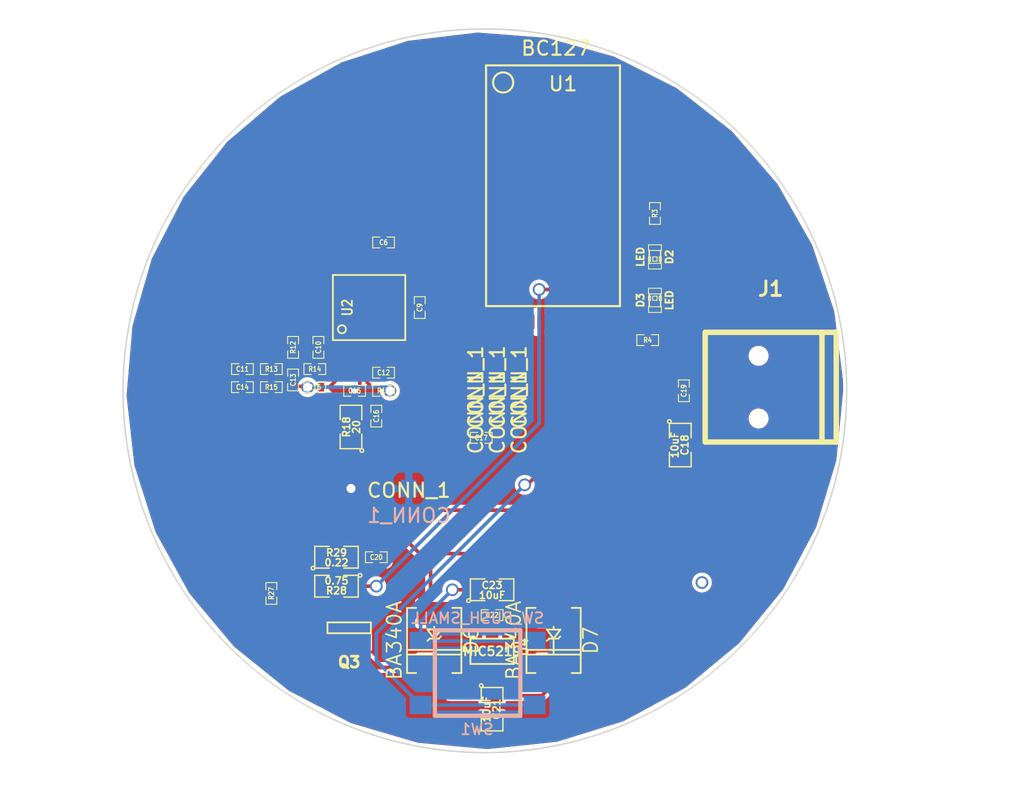
<source format=kicad_pcb>
(kicad_pcb (version 3) (host pcbnew "(2013-07-07 BZR 4022)-stable")
  (layers (15 F.Cu signal) (0 B.Cu signal) (18 B.Paste user) (19 F.Paste user) (20 B.SilkS user) (21 F.SilkS user) (22 B.Mask user) (23 F.Mask user) (28 Edge.Cuts user))
  (net 0 "")
  (net 1 3.3V)
  (net 2 5V_USB)
  (net 3 AIO_1)
  (net 4 CHG_EXT)
  (net 5 GND)
  (net 6 N-0000031)
  (net 7 N-0000032)
  (net 8 N-0000047)
  (net 9 N-0000048)
  (net 10 N-0000049)
  (net 11 N-000005)
  (net 12 N-0000050)
  (net 13 N-0000051)
  (net 14 N-0000052)
  (net 15 N-0000053)
  (net 16 N-0000054)
  (net 17 N-0000055)
  (net 18 N-0000056)
  (net 19 N-000006)
  (net 20 N-0000061)
  (net 21 N-0000062)
  (net 22 N-0000063)
  (net 23 N-0000064)
  (net 24 N-0000072)
  (net 25 SPKR_RN)
  (net 26 SPKR_RP)
  (net 27 VBAT)
  (net 28 VBAT_SENSE)
  (net 29 VCHG)
  (net 30 VREGEN)
  (module USB_MINI_B (layer F.Cu) (at 96.266 75.946 180)
    (fp_text reference J1 (at 0 6.90118 180) (layer F.SilkS) (effects (font (size 1.016 1.016) (thickness 0.2032))))
    (fp_text value USB hide)
    (pad 1 smd rect (at 3.44932 -1.6002 180) (size 2.30124 0.50038) (layers F.Cu F.Paste F.Mask) (net 2 5V_USB))
    (pad 2 smd rect (at 3.44932 -0.8001 180) (size 2.30124 0.50038) (layers F.Cu F.Paste F.Mask))
    (pad 3 smd rect (at 3.44932 0 180) (size 2.30124 0.50038) (layers F.Cu F.Paste F.Mask))
    (pad 4 smd rect (at 3.44932 0.8001 180) (size 2.30124 0.50038) (layers F.Cu F.Paste F.Mask) (net 5 GND))
    (pad 5 smd rect (at 3.44932 1.6002 180) (size 2.30124 0.50038) (layers F.Cu F.Paste F.Mask))
    (pad 6 smd rect (at 3.35026 -4.45008 180) (size 2.49936 1.99898) (layers F.Cu F.Paste F.Mask))
    (pad 7 smd rect (at -2.14884 -4.45008 180) (size 2.49936 1.99898) (layers F.Cu F.Paste F.Mask))
    (pad 8 smd rect (at 3.35026 4.45008 180) (size 2.49936 1.99898) (layers F.Cu F.Paste F.Mask))
    (pad 9 smd rect (at -2.14884 4.45008 180) (size 2.49936 1.99898) (layers F.Cu F.Paste F.Mask))
    (pad "" np_thru_hole circle (at 0.8509 -2.19964 180) (size 0.89916 0.89916) (drill 0.89916) (layers *.Cu *.Mask F.SilkS))
    (pad 2 np_thru_hole circle (at 0.8509 2.19964 180) (size 0.89916 0.89916) (drill 0.89916) (layers *.Cu *.Mask F.SilkS))
  )
  (module tssop-14 (layer F.Cu) (at 68.072 70.358)
    (fp_text reference U2 (at -1.524 0 90) (layer F.SilkS) (effects (font (size 0.70104 0.59944) (thickness 0.11938))))
    (fp_text value TI_TPA6138A2 hide)
    (pad 4 smd rect (at 0 2.79908) (size 0.4191 1.47066) (layers F.Cu F.Paste F.Mask) (net 5 GND))
    (pad 5 smd rect (at 0.65024 2.79908) (size 0.4191 1.47066) (layers F.Cu F.Paste F.Mask))
    (pad 6 smd rect (at 1.30048 2.79908) (size 0.4191 1.47066) (layers F.Cu F.Paste F.Mask) (net 18 N-0000056))
    (pad 7 smd rect (at 1.95072 2.79908) (size 0.4191 1.47066) (layers F.Cu F.Paste F.Mask) (net 15 N-0000053))
    (pad 8 smd rect (at 1.95072 -2.79908) (size 0.4191 1.47066) (layers F.Cu F.Paste F.Mask) (net 17 N-0000055))
    (pad 1 smd rect (at -1.95072 2.79908) (size 0.4191 1.47066) (layers F.Cu F.Paste F.Mask) (net 13 N-0000051))
    (pad 2 smd rect (at -1.30048 2.79908) (size 0.4191 1.47066) (layers F.Cu F.Paste F.Mask) (net 22 N-0000063))
    (pad 3 smd rect (at -0.65024 2.79908) (size 0.4191 1.47066) (layers F.Cu F.Paste F.Mask) (net 21 N-0000062))
    (pad 9 smd rect (at 1.30048 -2.79908) (size 0.4191 1.47066) (layers F.Cu F.Paste F.Mask) (net 1 3.3V))
    (pad 10 smd rect (at 0.65024 -2.79908) (size 0.4191 1.47066) (layers F.Cu F.Paste F.Mask) (net 5 GND))
    (pad 11 smd rect (at 0 -2.79908) (size 0.4191 1.47066) (layers F.Cu F.Paste F.Mask))
    (pad 12 smd rect (at -0.65024 -2.79908) (size 0.4191 1.47066) (layers F.Cu F.Paste F.Mask))
    (pad 13 smd rect (at -1.30048 -2.79908) (size 0.4191 1.47066) (layers F.Cu F.Paste F.Mask))
    (pad 14 smd rect (at -1.95072 -2.79908) (size 0.4191 1.47066) (layers F.Cu F.Paste F.Mask))
  )
  (module SOT23EBC (layer F.Cu) (at 66.675 92.837 180)
    (fp_text reference Q3 (at 0 -2.413 180) (layer F.SilkS) (effects (font (size 0.762 0.762) (thickness 0.2032))))
    (fp_text value PNP hide)
    (pad 1 smd rect (at -0.889 -1.016 180) (size 0.9144 0.9144) (layers F.Cu F.Paste F.Mask) (net 29 VCHG))
    (pad 2 smd rect (at 0.889 -1.016 180) (size 0.9144 0.9144) (layers F.Cu F.Paste F.Mask) (net 4 CHG_EXT))
    (pad 3 smd rect (at 0 1.016 180) (size 0.9144 0.9144) (layers F.Cu F.Paste F.Mask) (net 28 VBAT_SENSE))
  )
  (module SOT23-5 (layer F.Cu) (at 76.708 94.488)
    (fp_text reference U4 (at 2.19964 -0.29972 90) (layer F.SilkS) (effects (font (size 0.635 0.635) (thickness 0.127))))
    (fp_text value MIC5219 (at 0 0) (layer F.SilkS) (effects (font (size 0.635 0.635) (thickness 0.127))))
    (pad 1 smd rect (at -0.9525 1.27) (size 0.508 0.762) (layers F.Cu F.Paste F.Mask) (net 29 VCHG))
    (pad 3 smd rect (at 0.9525 1.27) (size 0.508 0.762) (layers F.Cu F.Paste F.Mask) (net 29 VCHG))
    (pad 5 smd rect (at -0.9525 -1.27) (size 0.508 0.762) (layers F.Cu F.Paste F.Mask) (net 1 3.3V))
    (pad 2 smd rect (at 0 1.27) (size 0.508 0.762) (layers F.Cu F.Paste F.Mask) (net 5 GND))
    (pad 4 smd rect (at 0.9525 -1.27) (size 0.508 0.762) (layers F.Cu F.Paste F.Mask))
  )
  (module SM0805 (layer F.Cu) (at 65.786 87.884)
    (fp_text reference R29 (at 0 -0.3175) (layer F.SilkS) (effects (font (size 0.50038 0.50038) (thickness 0.10922))))
    (fp_text value 0.22 (at 0 0.381) (layer F.SilkS) (effects (font (size 0.50038 0.50038) (thickness 0.10922))))
    (pad 1 smd rect (at -0.9525 0) (size 0.889 1.397) (layers F.Cu F.Paste F.Mask) (net 27 VBAT))
    (pad 2 smd rect (at 0.9525 0) (size 0.889 1.397) (layers F.Cu F.Paste F.Mask) (net 24 N-0000072))
  )
  (module SM0805 (layer F.Cu) (at 66.802 78.74 90)
    (fp_text reference R18 (at 0 -0.3175 90) (layer F.SilkS) (effects (font (size 0.50038 0.50038) (thickness 0.10922))))
    (fp_text value 20 (at 0 0.381 90) (layer F.SilkS) (effects (font (size 0.50038 0.50038) (thickness 0.10922))))
    (pad 1 smd rect (at -0.9525 0 90) (size 0.889 1.397) (layers F.Cu F.Paste F.Mask) (net 20 N-0000061))
    (pad 2 smd rect (at 0.9525 0 90) (size 0.889 1.397) (layers F.Cu F.Paste F.Mask) (net 21 N-0000062))
  )
  (module SM0805 (layer F.Cu) (at 65.786 89.916 180)
    (fp_text reference R28 (at 0 -0.3175 180) (layer F.SilkS) (effects (font (size 0.50038 0.50038) (thickness 0.10922))))
    (fp_text value 0.75 (at 0 0.381 180) (layer F.SilkS) (effects (font (size 0.50038 0.50038) (thickness 0.10922))))
    (pad 1 smd rect (at -0.9525 0 180) (size 0.889 1.397) (layers F.Cu F.Paste F.Mask) (net 28 VBAT_SENSE))
    (pad 2 smd rect (at 0.9525 0 180) (size 0.889 1.397) (layers F.Cu F.Paste F.Mask) (net 27 VBAT))
  )
  (module SM0805 (layer F.Cu) (at 76.708 90.17)
    (fp_text reference C23 (at 0 -0.3175) (layer F.SilkS) (effects (font (size 0.50038 0.50038) (thickness 0.10922))))
    (fp_text value 10uF (at 0 0.381) (layer F.SilkS) (effects (font (size 0.50038 0.50038) (thickness 0.10922))))
    (pad 1 smd rect (at -0.9525 0) (size 0.889 1.397) (layers F.Cu F.Paste F.Mask) (net 1 3.3V))
    (pad 2 smd rect (at 0.9525 0) (size 0.889 1.397) (layers F.Cu F.Paste F.Mask) (net 5 GND))
  )
  (module SM0805 (layer F.Cu) (at 76.708 98.552 270)
    (fp_text reference C21 (at 0 -0.3175 270) (layer F.SilkS) (effects (font (size 0.50038 0.50038) (thickness 0.10922))))
    (fp_text value 10uF (at 0 0.381 270) (layer F.SilkS) (effects (font (size 0.50038 0.50038) (thickness 0.10922))))
    (pad 1 smd rect (at -0.9525 0 270) (size 0.889 1.397) (layers F.Cu F.Paste F.Mask) (net 29 VCHG))
    (pad 2 smd rect (at 0.9525 0 270) (size 0.889 1.397) (layers F.Cu F.Paste F.Mask) (net 5 GND))
  )
  (module SM0805 (layer F.Cu) (at 89.916 80.01 270)
    (fp_text reference C18 (at 0 -0.3175 270) (layer F.SilkS) (effects (font (size 0.50038 0.50038) (thickness 0.10922))))
    (fp_text value 10uF (at 0 0.381 270) (layer F.SilkS) (effects (font (size 0.50038 0.50038) (thickness 0.10922))))
    (pad 1 smd rect (at -0.9525 0 270) (size 0.889 1.397) (layers F.Cu F.Paste F.Mask) (net 2 5V_USB))
    (pad 2 smd rect (at 0.9525 0 270) (size 0.889 1.397) (layers F.Cu F.Paste F.Mask) (net 5 GND))
  )
  (module SM0402_r (layer F.Cu) (at 61.214 74.676 180)
    (fp_text reference R13 (at 0 0 180) (layer F.SilkS) (effects (font (size 0.35052 0.3048) (thickness 0.07112))))
    (fp_text value 15k hide)
    (pad 1 smd rect (at -0.44958 0 180) (size 0.39878 0.59944) (layers F.Cu F.Paste F.Mask) (net 8 N-0000047))
    (pad 2 smd rect (at 0.44958 0 180) (size 0.39878 0.59944) (layers F.Cu F.Paste F.Mask) (net 10 N-0000049))
  )
  (module SM0402_r (layer F.Cu) (at 61.214 90.424 270)
    (fp_text reference R27 (at 0 0 270) (layer F.SilkS) (effects (font (size 0.35052 0.3048) (thickness 0.07112))))
    (fp_text value 10k hide)
    (pad 1 smd rect (at -0.44958 0 270) (size 0.39878 0.59944) (layers F.Cu F.Paste F.Mask) (net 3 AIO_1))
    (pad 2 smd rect (at 0.44958 0 270) (size 0.39878 0.59944) (layers F.Cu F.Paste F.Mask) (net 29 VCHG))
  )
  (module SM0402_r (layer F.Cu) (at 69.088 76.2)
    (fp_text reference R17 (at 0 0) (layer F.SilkS) (effects (font (size 0.35052 0.3048) (thickness 0.07112))))
    (fp_text value 30.1k hide)
    (pad 1 smd rect (at -0.44958 0) (size 0.39878 0.59944) (layers F.Cu F.Paste F.Mask) (net 21 N-0000062))
    (pad 2 smd rect (at 0.44958 0) (size 0.39878 0.59944) (layers F.Cu F.Paste F.Mask) (net 16 N-0000054))
  )
  (module SM0402_r (layer F.Cu) (at 62.738 73.152 270)
    (fp_text reference R12 (at 0 0 270) (layer F.SilkS) (effects (font (size 0.35052 0.3048) (thickness 0.07112))))
    (fp_text value 30.1k hide)
    (pad 1 smd rect (at -0.44958 0 270) (size 0.39878 0.59944) (layers F.Cu F.Paste F.Mask) (net 5 GND))
    (pad 2 smd rect (at 0.44958 0 270) (size 0.39878 0.59944) (layers F.Cu F.Paste F.Mask) (net 8 N-0000047))
  )
  (module SM0402_r (layer F.Cu) (at 61.214 75.946 180)
    (fp_text reference R15 (at 0 0 180) (layer F.SilkS) (effects (font (size 0.35052 0.3048) (thickness 0.07112))))
    (fp_text value 15k hide)
    (pad 1 smd rect (at -0.44958 0 180) (size 0.39878 0.59944) (layers F.Cu F.Paste F.Mask) (net 16 N-0000054))
    (pad 2 smd rect (at 0.44958 0 180) (size 0.39878 0.59944) (layers F.Cu F.Paste F.Mask) (net 9 N-0000048))
  )
  (module SM0402_r (layer F.Cu) (at 64.262 74.676 180)
    (fp_text reference R14 (at 0 0 180) (layer F.SilkS) (effects (font (size 0.35052 0.3048) (thickness 0.07112))))
    (fp_text value 43k hide)
    (pad 1 smd rect (at -0.44958 0 180) (size 0.39878 0.59944) (layers F.Cu F.Paste F.Mask) (net 13 N-0000051))
    (pad 2 smd rect (at 0.44958 0 180) (size 0.39878 0.59944) (layers F.Cu F.Paste F.Mask) (net 8 N-0000047))
  )
  (module SM0402_r (layer F.Cu) (at 64.262 75.946 180)
    (fp_text reference R16 (at 0 0 180) (layer F.SilkS) (effects (font (size 0.35052 0.3048) (thickness 0.07112))))
    (fp_text value 43k hide)
    (pad 1 smd rect (at -0.44958 0 180) (size 0.39878 0.59944) (layers F.Cu F.Paste F.Mask) (net 22 N-0000063))
    (pad 2 smd rect (at 0.44958 0 180) (size 0.39878 0.59944) (layers F.Cu F.Paste F.Mask) (net 16 N-0000054))
  )
  (module SM0402_r (layer F.Cu) (at 87.63 72.644 180)
    (fp_text reference R4 (at 0 0 180) (layer F.SilkS) (effects (font (size 0.35052 0.3048) (thickness 0.07112))))
    (fp_text value 240 hide)
    (pad 1 smd rect (at -0.44958 0 180) (size 0.39878 0.59944) (layers F.Cu F.Paste F.Mask) (net 7 N-0000032))
    (pad 2 smd rect (at 0.44958 0 180) (size 0.39878 0.59944) (layers F.Cu F.Paste F.Mask) (net 1 3.3V))
  )
  (module SM0402_r (layer F.Cu) (at 88.138 63.754 90)
    (fp_text reference R3 (at 0 0 90) (layer F.SilkS) (effects (font (size 0.35052 0.3048) (thickness 0.07112))))
    (fp_text value 240 hide)
    (pad 1 smd rect (at -0.44958 0 90) (size 0.39878 0.59944) (layers F.Cu F.Paste F.Mask) (net 6 N-0000031))
    (pad 2 smd rect (at 0.44958 0 90) (size 0.39878 0.59944) (layers F.Cu F.Paste F.Mask) (net 1 3.3V))
  )
  (module SM0402_c (layer F.Cu) (at 90.17 76.2 90)
    (fp_text reference C19 (at 0 0 90) (layer F.SilkS) (effects (font (size 0.35052 0.3048) (thickness 0.07112))))
    (fp_text value 0.1uF hide)
    (pad 1 smd rect (at -0.44958 0 90) (size 0.39878 0.59944) (layers F.Cu F.Paste F.Mask) (net 2 5V_USB))
    (pad 2 smd rect (at 0.44958 0 90) (size 0.39878 0.59944) (layers F.Cu F.Paste F.Mask) (net 5 GND))
  )
  (module SM0402_c (layer F.Cu) (at 75.946 79.502 180)
    (fp_text reference C17 (at 0 0 180) (layer F.SilkS) (effects (font (size 0.35052 0.3048) (thickness 0.07112))))
    (fp_text value 3.3uF hide)
    (pad 1 smd rect (at -0.44958 0 180) (size 0.39878 0.59944) (layers F.Cu F.Paste F.Mask) (net 12 N-0000050))
    (pad 2 smd rect (at 0.44958 0 180) (size 0.39878 0.59944) (layers F.Cu F.Paste F.Mask) (net 14 N-0000052))
  )
  (module SM0402_c (layer F.Cu) (at 69.088 74.93 180)
    (fp_text reference C12 (at 0 0 180) (layer F.SilkS) (effects (font (size 0.35052 0.3048) (thickness 0.07112))))
    (fp_text value 1.0uF hide)
    (pad 1 smd rect (at -0.44958 0 180) (size 0.39878 0.59944) (layers F.Cu F.Paste F.Mask) (net 18 N-0000056))
    (pad 2 smd rect (at 0.44958 0 180) (size 0.39878 0.59944) (layers F.Cu F.Paste F.Mask) (net 5 GND))
  )
  (module SM0402_c (layer F.Cu) (at 67.056 76.2)
    (fp_text reference C15 (at 0 0) (layer F.SilkS) (effects (font (size 0.35052 0.3048) (thickness 0.07112))))
    (fp_text value 47pF hide)
    (pad 1 smd rect (at -0.44958 0) (size 0.39878 0.59944) (layers F.Cu F.Paste F.Mask) (net 22 N-0000063))
    (pad 2 smd rect (at 0.44958 0) (size 0.39878 0.59944) (layers F.Cu F.Paste F.Mask) (net 21 N-0000062))
  )
  (module SM0402_c (layer F.Cu) (at 76.708 91.948)
    (fp_text reference C22 (at 0 0) (layer F.SilkS) (effects (font (size 0.35052 0.3048) (thickness 0.07112))))
    (fp_text value 1uF hide)
    (pad 1 smd rect (at -0.44958 0) (size 0.39878 0.59944) (layers F.Cu F.Paste F.Mask) (net 1 3.3V))
    (pad 2 smd rect (at 0.44958 0) (size 0.39878 0.59944) (layers F.Cu F.Paste F.Mask) (net 5 GND))
  )
  (module SM0402_c (layer F.Cu) (at 68.58 77.978 270)
    (fp_text reference C16 (at 0 0 270) (layer F.SilkS) (effects (font (size 0.35052 0.3048) (thickness 0.07112))))
    (fp_text value 1.5uF hide)
    (pad 1 smd rect (at -0.44958 0 270) (size 0.39878 0.59944) (layers F.Cu F.Paste F.Mask) (net 21 N-0000062))
    (pad 2 smd rect (at 0.44958 0 270) (size 0.39878 0.59944) (layers F.Cu F.Paste F.Mask) (net 23 N-0000064))
  )
  (module SM0402_c (layer F.Cu) (at 68.58 87.884)
    (fp_text reference C20 (at 0 0) (layer F.SilkS) (effects (font (size 0.35052 0.3048) (thickness 0.07112))))
    (fp_text value 4.7uF hide)
    (pad 1 smd rect (at -0.44958 0) (size 0.39878 0.59944) (layers F.Cu F.Paste F.Mask) (net 24 N-0000072))
    (pad 2 smd rect (at 0.44958 0) (size 0.39878 0.59944) (layers F.Cu F.Paste F.Mask) (net 5 GND))
  )
  (module SM0402_c (layer F.Cu) (at 64.516 73.152 90)
    (fp_text reference C10 (at 0 0 90) (layer F.SilkS) (effects (font (size 0.35052 0.3048) (thickness 0.07112))))
    (fp_text value 47pF hide)
    (pad 1 smd rect (at -0.44958 0 90) (size 0.39878 0.59944) (layers F.Cu F.Paste F.Mask) (net 13 N-0000051))
    (pad 2 smd rect (at 0.44958 0 90) (size 0.39878 0.59944) (layers F.Cu F.Paste F.Mask) (net 5 GND))
  )
  (module SM0402_c (layer F.Cu) (at 59.182 74.676)
    (fp_text reference C11 (at 0 0) (layer F.SilkS) (effects (font (size 0.35052 0.3048) (thickness 0.07112))))
    (fp_text value 0.1uF hide)
    (pad 1 smd rect (at -0.44958 0) (size 0.39878 0.59944) (layers F.Cu F.Paste F.Mask) (net 26 SPKR_RP))
    (pad 2 smd rect (at 0.44958 0) (size 0.39878 0.59944) (layers F.Cu F.Paste F.Mask) (net 10 N-0000049))
  )
  (module SM0402_c (layer F.Cu) (at 59.182 75.946)
    (fp_text reference C14 (at 0 0) (layer F.SilkS) (effects (font (size 0.35052 0.3048) (thickness 0.07112))))
    (fp_text value 0.1uF hide)
    (pad 1 smd rect (at -0.44958 0) (size 0.39878 0.59944) (layers F.Cu F.Paste F.Mask) (net 25 SPKR_RN))
    (pad 2 smd rect (at 0.44958 0) (size 0.39878 0.59944) (layers F.Cu F.Paste F.Mask) (net 9 N-0000048))
  )
  (module SM0402_c (layer F.Cu) (at 62.738 75.438 90)
    (fp_text reference C13 (at 0 0 90) (layer F.SilkS) (effects (font (size 0.35052 0.3048) (thickness 0.07112))))
    (fp_text value 180pF hide)
    (pad 1 smd rect (at -0.44958 0 90) (size 0.39878 0.59944) (layers F.Cu F.Paste F.Mask) (net 16 N-0000054))
    (pad 2 smd rect (at 0.44958 0 90) (size 0.39878 0.59944) (layers F.Cu F.Paste F.Mask) (net 8 N-0000047))
  )
  (module SM0402_c (layer F.Cu) (at 69.088 65.786 180)
    (fp_text reference C6 (at 0 0 180) (layer F.SilkS) (effects (font (size 0.35052 0.3048) (thickness 0.07112))))
    (fp_text value 1.0uF hide)
    (pad 1 smd rect (at -0.44958 0 180) (size 0.39878 0.59944) (layers F.Cu F.Paste F.Mask) (net 1 3.3V))
    (pad 2 smd rect (at 0.44958 0 180) (size 0.39878 0.59944) (layers F.Cu F.Paste F.Mask) (net 5 GND))
  )
  (module SM0402_c (layer F.Cu) (at 71.628 70.358 270)
    (fp_text reference C9 (at 0 0 270) (layer F.SilkS) (effects (font (size 0.35052 0.3048) (thickness 0.07112))))
    (fp_text value 1.0uF hide)
    (pad 1 smd rect (at -0.44958 0 270) (size 0.39878 0.59944) (layers F.Cu F.Paste F.Mask) (net 17 N-0000055))
    (pad 2 smd rect (at 0.44958 0 270) (size 0.39878 0.59944) (layers F.Cu F.Paste F.Mask) (net 15 N-0000053))
  )
  (module LED-0603 (layer F.Cu) (at 88.138 69.85 90)
    (fp_text reference D3 (at 0 -1.016 90) (layer F.SilkS) (effects (font (size 0.508 0.508) (thickness 0.127))))
    (fp_text value LED (at 0 1.016 90) (layer F.SilkS) (effects (font (size 0.508 0.508) (thickness 0.127))))
    (pad 1 smd rect (at -0.7493 0 90) (size 0.79756 0.79756) (layers F.Cu F.Paste F.Mask) (net 7 N-0000032))
    (pad 2 smd rect (at 0.7493 0 90) (size 0.79756 0.79756) (layers F.Cu F.Paste F.Mask) (net 19 N-000006))
  )
  (module LED-0603 (layer F.Cu) (at 88.138 66.802 270)
    (fp_text reference D2 (at 0 -1.016 270) (layer F.SilkS) (effects (font (size 0.508 0.508) (thickness 0.127))))
    (fp_text value LED (at 0 1.016 270) (layer F.SilkS) (effects (font (size 0.508 0.508) (thickness 0.127))))
    (pad 1 smd rect (at -0.7493 0 270) (size 0.79756 0.79756) (layers F.Cu F.Paste F.Mask) (net 6 N-0000031))
    (pad 2 smd rect (at 0.7493 0 270) (size 0.79756 0.79756) (layers F.Cu F.Paste F.Mask) (net 11 N-000005))
  )
  (module "DO-214AC(SMA)" (layer F.Cu) (at 72.644 93.726 270)
    (fp_text reference D6 (at 0 -2.60096 270) (layer F.SilkS) (effects (font (size 1.00076 1.00076) (thickness 0.11938))))
    (fp_text value BA340A (at 0 2.79908 270) (layer F.SilkS) (effects (font (size 1.00076 1.00076) (thickness 0.11938))))
    (pad 1 smd rect (at -1.89992 0 270) (size 1.6002 2.19964) (layers F.Cu F.Paste F.Mask) (net 27 VBAT))
    (pad 2 smd rect (at 1.89992 0 270) (size 1.6002 2.19964) (layers F.Cu F.Paste F.Mask) (net 29 VCHG))
  )
  (module "DO-214AC(SMA)" (layer F.Cu) (at 81.026 93.726 270)
    (fp_text reference D7 (at 0 -2.60096 270) (layer F.SilkS) (effects (font (size 1.00076 1.00076) (thickness 0.11938))))
    (fp_text value BA340A (at 0 2.79908 270) (layer F.SilkS) (effects (font (size 1.00076 1.00076) (thickness 0.11938))))
    (pad 1 smd rect (at -1.89992 0 270) (size 1.6002 2.19964) (layers F.Cu F.Paste F.Mask) (net 2 5V_USB))
    (pad 2 smd rect (at 1.89992 0 270) (size 1.6002 2.19964) (layers F.Cu F.Paste F.Mask) (net 29 VCHG))
  )
  (module BC127 (layer F.Cu) (at 75.184 54.356)
    (fp_text reference U1 (at 6.5 0.3) (layer F.SilkS))
    (fp_text value BC127 (at 6 -2.2) (layer F.SilkS))
    (pad 1 smd rect (at 0 0) (size 1 0.6) (layers F.Cu F.Paste F.Mask) (net 5 GND) (clearance 0.05))
    (pad 2 smd rect (at 0 0.8) (size 1 0.6) (layers F.Cu F.Paste F.Mask) (net 5 GND) (clearance 0.05))
    (pad 3 smd rect (at 0 1.6) (size 1 0.6) (layers F.Cu F.Paste F.Mask) (net 5 GND) (clearance 0.05))
    (pad 4 smd rect (at 0 2.4) (size 1 0.6) (layers F.Cu F.Paste F.Mask) (net 5 GND) (clearance 0.05))
    (pad 5 smd rect (at 0 3.2) (size 1 0.6) (layers F.Cu F.Paste F.Mask) (clearance 0.05))
    (pad 6 smd rect (at 0 4) (size 1 0.6) (layers F.Cu F.Paste F.Mask) (clearance 0.05))
    (pad 7 smd rect (at 0 4.8) (size 1 0.6) (layers F.Cu F.Paste F.Mask) (clearance 0.05))
    (pad 8 smd rect (at 0 5.6) (size 1 0.6) (layers F.Cu F.Paste F.Mask) (clearance 0.05))
    (pad 9 smd rect (at 0 6.4) (size 1 0.6) (layers F.Cu F.Paste F.Mask) (clearance 0.05))
    (pad 10 smd rect (at 0 7.2) (size 1 0.6) (layers F.Cu F.Paste F.Mask) (clearance 0.05))
    (pad 11 smd rect (at 0 8) (size 1 0.6) (layers F.Cu F.Paste F.Mask) (net 5 GND) (clearance 0.05))
    (pad 12 smd rect (at 0 8.8) (size 1 0.6) (layers F.Cu F.Paste F.Mask) (net 3 AIO_1) (clearance 0.05))
    (pad 13 smd rect (at 0 9.6) (size 1 0.6) (layers F.Cu F.Paste F.Mask) (clearance 0.05))
    (pad 14 smd rect (at 0 10.4) (size 1 0.6) (layers F.Cu F.Paste F.Mask) (clearance 0.05))
    (pad 15 smd rect (at 0 11.2) (size 1 0.6) (layers F.Cu F.Paste F.Mask) (net 25 SPKR_RN) (clearance 0.05))
    (pad 16 smd rect (at 0 12) (size 1 0.6) (layers F.Cu F.Paste F.Mask) (net 26 SPKR_RP) (clearance 0.05))
    (pad 17 smd rect (at 0 12.8) (size 1 0.6) (layers F.Cu F.Paste F.Mask) (clearance 0.05))
    (pad 18 smd rect (at 0 13.6) (size 1 0.6) (layers F.Cu F.Paste F.Mask) (clearance 0.05))
    (pad 19 smd rect (at 0 14.4) (size 1 0.6) (layers F.Cu F.Paste F.Mask) (clearance 0.05))
    (pad 20 smd rect (at 0 15.2) (size 1 0.6) (layers F.Cu F.Paste F.Mask) (clearance 0.05))
    (pad 21 smd rect (at 0 16) (size 1 0.6) (layers F.Cu F.Paste F.Mask) (clearance 0.05))
    (pad 22 smd rect (at 1 17 90) (size 1 0.6) (layers F.Cu F.Paste F.Mask) (net 5 GND) (clearance 0.05))
    (pad 23 smd rect (at 1.8 17 90) (size 1 0.6) (layers F.Cu F.Paste F.Mask) (clearance 0.05))
    (pad 24 smd rect (at 2.6 17 90) (size 1 0.6) (layers F.Cu F.Paste F.Mask) (clearance 0.05))
    (pad 25 smd rect (at 3.4 17 90) (size 1 0.6) (layers F.Cu F.Paste F.Mask))
    (pad 26 smd rect (at 4.2 17 90) (size 1 0.6) (layers F.Cu F.Paste F.Mask))
    (pad 27 smd rect (at 5 17 90) (size 1 0.6) (layers F.Cu F.Paste F.Mask) (net 5 GND))
    (pad 28 smd rect (at 5.8 17 90) (size 1 0.6) (layers F.Cu F.Paste F.Mask) (net 30 VREGEN))
    (pad 29 smd rect (at 6.6 17 90) (size 1 0.6) (layers F.Cu F.Paste F.Mask) (net 4 CHG_EXT))
    (pad 30 smd rect (at 7.4 17 90) (size 1 0.6) (layers F.Cu F.Paste F.Mask))
    (pad 31 smd rect (at 8.2 17 90) (size 1 0.6) (layers F.Cu F.Paste F.Mask) (net 28 VBAT_SENSE))
    (pad 32 smd rect (at 9 17 90) (size 1 0.6) (layers F.Cu F.Paste F.Mask) (net 27 VBAT))
    (pad 33 smd rect (at 9.8 17 90) (size 1 0.6) (layers F.Cu F.Paste F.Mask) (net 1 3.3V))
    (pad 34 smd rect (at 10.6 17 90) (size 1 0.6) (layers F.Cu F.Paste F.Mask))
    (pad 35 smd rect (at 11.6 16) (size 1 0.6) (layers F.Cu F.Paste F.Mask))
    (pad 36 smd rect (at 11.6 15.2) (size 1 0.6) (layers F.Cu F.Paste F.Mask))
    (pad 37 smd rect (at 11.6 14.4) (size 1 0.6) (layers F.Cu F.Paste F.Mask) (net 19 N-000006))
    (pad 38 smd rect (at 11.6 13.6) (size 1 0.6) (layers F.Cu F.Paste F.Mask) (net 11 N-000005))
    (pad 39 smd rect (at 11.6 12.8) (size 1 0.6) (layers F.Cu F.Paste F.Mask))
    (pad 40 smd rect (at 11.6 12) (size 1 0.6) (layers F.Cu F.Paste F.Mask))
    (pad 41 smd rect (at 11.6 11.2) (size 1 0.6) (layers F.Cu F.Paste F.Mask))
    (pad 42 smd rect (at 11.6 10.4) (size 1 0.6) (layers F.Cu F.Paste F.Mask))
    (pad 43 smd rect (at 11.6 9.6) (size 1 0.6) (layers F.Cu F.Paste F.Mask))
    (pad 44 smd rect (at 11.6 8.8) (size 1 0.6) (layers F.Cu F.Paste F.Mask) (net 1 3.3V))
    (pad 45 smd rect (at 11.6 8) (size 1 0.6) (layers F.Cu F.Paste F.Mask))
    (pad 46 smd rect (at 11.6 7.2) (size 1 0.6) (layers F.Cu F.Paste F.Mask))
    (pad 47 smd rect (at 11.6 6.4) (size 1 0.6) (layers F.Cu F.Paste F.Mask))
    (pad 48 smd rect (at 11.6 5.6) (size 1 0.6) (layers F.Cu F.Paste F.Mask))
    (pad 49 smd rect (at 11.6 4.8) (size 1 0.6) (layers F.Cu F.Paste F.Mask))
    (pad 50 smd rect (at 11.6 4) (size 1 0.6) (layers F.Cu F.Paste F.Mask))
    (pad 51 smd rect (at 11.6 3.2) (size 1 0.6) (layers F.Cu F.Paste F.Mask))
  )
  (module "BA Driver Pad" (layer B.Cu) (at 70.866 83.058 180)
    (fp_text reference P2 hide)
    (fp_text value CONN_1 (at 0 -1.9 180) (layer B.SilkS) (effects (justify mirror)))
    (pad 1 smd rect (at 0 0 180) (size 1.1 1.2) (layers B.Cu B.Paste B.Mask) (net 5 GND) (clearance 0.05))
  )
  (module "BA Driver Pad" (layer F.Cu) (at 70.866 85.09 180)
    (fp_text reference P1 hide)
    (fp_text value CONN_1 (at 0 1.9 180) (layer F.SilkS))
    (pad 1 smd rect (at 0 0 180) (size 1.1 1.2) (layers F.Cu F.Paste F.Mask) (net 27 VBAT) (clearance 0.05))
  )
  (module "BA Driver Pad" (layer F.Cu) (at 73.66 75.946 90)
    (fp_text reference P7 hide)
    (fp_text value CONN_1 (at 0 1.9 90) (layer F.SilkS))
    (pad 1 smd rect (at 0 0 90) (size 1.1 1.2) (layers F.Cu F.Paste F.Mask) (net 23 N-0000064) (clearance 0.05))
  )
  (module "BA Driver Pad" (layer F.Cu) (at 73.66 77.724 90)
    (fp_text reference P9 hide)
    (fp_text value CONN_1 (at 0 1.9 90) (layer F.SilkS))
    (pad 1 smd rect (at 0 0 90) (size 1.1 1.2) (layers F.Cu F.Paste F.Mask) (net 20 N-0000061) (clearance 0.05))
  )
  (module "BA Driver Pad" (layer F.Cu) (at 76.708 77.724 90)
    (fp_text reference P10 hide)
    (fp_text value CONN_1 (at 0 1.9 90) (layer F.SilkS))
    (pad 1 smd rect (at 0 0 90) (size 1.1 1.2) (layers F.Cu F.Paste F.Mask) (net 12 N-0000050) (clearance 0.05))
  )
  (module "BA Driver Pad" (layer F.Cu) (at 75.184 77.724 90)
    (fp_text reference P11 hide)
    (fp_text value CONN_1 (at 0 1.9 90) (layer F.SilkS))
    (pad 1 smd rect (at 0 0 90) (size 1.1 1.2) (layers F.Cu F.Paste F.Mask) (net 14 N-0000052) (clearance 0.05))
  )
  (module "BA Driver Pad" (layer F.Cu) (at 75.184 75.946 90)
    (fp_text reference P12 hide)
    (fp_text value CONN_1 (at 0 1.9 90) (layer F.SilkS))
    (pad 1 smd rect (at 0 0 90) (size 1.1 1.2) (layers F.Cu F.Paste F.Mask) (net 5 GND) (clearance 0.05))
  )
  (module "BA Driver Pad" (layer F.Cu) (at 76.708 75.946 90)
    (fp_text reference P8 hide)
    (fp_text value CONN_1 (at 0 1.9 90) (layer F.SilkS))
    (pad 1 smd rect (at 0 0 90) (size 1.1 1.2) (layers F.Cu F.Paste F.Mask) (net 5 GND) (clearance 0.05))
  )
  (module SW_PUSH_SMD (layer B.Cu) (at 75.692 96.012)
    (fp_text reference SW1 (at -0.05 3.95) (layer B.SilkS) (effects (font (size 0.762 0.762) (thickness 0.127)) (justify mirror)))
    (fp_text value SW_PUSH_SMALL (at 0 -3.85) (layer B.SilkS) (effects (font (size 0.762 0.762) (thickness 0.127)) (justify mirror)))
    (pad 1 smd rect (at -3.99796 2.2479) (size 1.5494 1.2954) (layers B.Cu B.Paste B.Mask) (net 30 VREGEN))
    (pad 1 smd rect (at 3.99796 2.2479) (size 1.5494 1.2954) (layers B.Cu B.Paste B.Mask) (net 30 VREGEN))
    (pad 2 smd rect (at 3.99796 -2.2479) (size 1.5494 1.2954) (layers B.Cu B.Paste B.Mask) (net 1 3.3V))
    (pad 2 smd rect (at -3.99796 -2.2479) (size 1.5494 1.2954) (layers B.Cu B.Paste B.Mask) (net 1 3.3V))
  )
  (gr_circle (center 76.2 76.2) (end 101.6 76.2) (layer Edge.Cuts) (width 0.1))
  (via (at 91.44 89.662) (size 0.889) (layers F.Cu B.Cu) (net 0))
  (segment (start 75.7555 90.17) (end 73.914 90.17) (width 0.254) (layer F.Cu) (net 1))
  (segment (start 71.69404 92.38996) (end 71.69404 93.7641) (width 0.254) (layer B.Cu) (net 1))
  (segment (start 73.914 90.17) (end 71.69404 92.38996) (width 0.254) (layer B.Cu) (net 1))
  (via (at 73.914 90.17) (size 0.889) (layers F.Cu B.Cu) (net 1))
  (segment (start 71.69404 93.7641) (end 79.68996 93.7641) (width 0.254) (layer B.Cu) (net 1))
  (segment (start 86.784 63.156) (end 87.98958 63.156) (width 0.254) (layer F.Cu) (net 1))
  (segment (start 87.98958 63.156) (end 88.138 63.30442) (width 0.254) (layer F.Cu) (net 1))
  (segment (start 84.984 71.356) (end 84.984 64.114) (width 0.254) (layer F.Cu) (net 1))
  (segment (start 85.942 63.156) (end 86.784 63.156) (width 0.254) (layer F.Cu) (net 1))
  (segment (start 84.984 64.114) (end 85.942 63.156) (width 0.254) (layer F.Cu) (net 1))
  (segment (start 87.18042 72.644) (end 84.836 72.644) (width 0.254) (layer F.Cu) (net 1))
  (segment (start 84.836 72.644) (end 83.566 73.914) (width 0.254) (layer F.Cu) (net 1))
  (segment (start 78.74 87.63) (end 83.566 82.804) (width 0.254) (layer F.Cu) (net 1))
  (segment (start 84.984 72.496) (end 84.984 71.356) (width 0.254) (layer F.Cu) (net 1))
  (segment (start 83.566 73.914) (end 84.984 72.496) (width 0.254) (layer F.Cu) (net 1))
  (segment (start 83.566 82.804) (end 83.566 73.914) (width 0.254) (layer F.Cu) (net 1))
  (segment (start 76.25842 91.948) (end 76.25842 90.67292) (width 0.254) (layer F.Cu) (net 1))
  (segment (start 76.25842 90.67292) (end 75.7555 90.17) (width 0.254) (layer F.Cu) (net 1))
  (segment (start 75.7555 90.17) (end 75.7555 89.3445) (width 0.254) (layer F.Cu) (net 1))
  (segment (start 75.7555 89.3445) (end 77.47 87.63) (width 0.254) (layer F.Cu) (net 1))
  (segment (start 77.47 87.63) (end 78.74 87.63) (width 0.254) (layer F.Cu) (net 1))
  (segment (start 76.25842 91.948) (end 76.25842 92.71508) (width 0.254) (layer F.Cu) (net 1))
  (segment (start 76.25842 92.71508) (end 75.7555 93.218) (width 0.254) (layer F.Cu) (net 1))
  (segment (start 69.53758 65.786) (end 69.53758 66.35242) (width 0.254) (layer F.Cu) (net 1))
  (segment (start 69.37248 66.51752) (end 69.37248 67.55892) (width 0.254) (layer F.Cu) (net 1))
  (segment (start 69.53758 66.35242) (end 69.37248 66.51752) (width 0.254) (layer F.Cu) (net 1))
  (segment (start 81.026 91.82608) (end 85.46592 91.82608) (width 0.254) (layer F.Cu) (net 2))
  (segment (start 88.8365 79.0575) (end 89.916 79.0575) (width 0.254) (layer F.Cu) (net 2))
  (segment (start 87.884 80.01) (end 88.8365 79.0575) (width 0.254) (layer F.Cu) (net 2))
  (segment (start 87.884 89.408) (end 87.884 80.01) (width 0.254) (layer F.Cu) (net 2))
  (segment (start 85.46592 91.82608) (end 87.884 89.408) (width 0.254) (layer F.Cu) (net 2))
  (segment (start 92.81668 77.5462) (end 90.7542 77.5462) (width 0.254) (layer F.Cu) (net 2))
  (segment (start 90.17 76.962) (end 90.17 76.64958) (width 0.254) (layer F.Cu) (net 2))
  (segment (start 90.7542 77.5462) (end 90.17 76.962) (width 0.254) (layer F.Cu) (net 2))
  (segment (start 92.81668 77.5462) (end 90.8558 77.5462) (width 0.254) (layer F.Cu) (net 2))
  (segment (start 89.916 78.486) (end 89.916 79.0575) (width 0.254) (layer F.Cu) (net 2))
  (segment (start 90.8558 77.5462) (end 89.916 78.486) (width 0.254) (layer F.Cu) (net 2))
  (segment (start 61.214 89.97442) (end 61.214 82.042) (width 0.254) (layer F.Cu) (net 3))
  (segment (start 73.062 63.156) (end 75.184 63.156) (width 0.254) (layer F.Cu) (net 3))
  (segment (start 72.39 62.484) (end 73.062 63.156) (width 0.254) (layer F.Cu) (net 3))
  (segment (start 63.754 62.484) (end 72.39 62.484) (width 0.254) (layer F.Cu) (net 3))
  (segment (start 56.134 70.104) (end 63.754 62.484) (width 0.254) (layer F.Cu) (net 3))
  (segment (start 56.134 76.962) (end 56.134 70.104) (width 0.254) (layer F.Cu) (net 3))
  (segment (start 61.214 82.042) (end 56.134 76.962) (width 0.254) (layer F.Cu) (net 3))
  (segment (start 65.786 93.853) (end 65.151 93.853) (width 0.254) (layer F.Cu) (net 4))
  (segment (start 81.784 82.046) (end 81.784 71.356) (width 0.254) (layer F.Cu) (net 4))
  (segment (start 79.248 84.582) (end 81.784 82.046) (width 0.254) (layer F.Cu) (net 4))
  (segment (start 65.532 84.582) (end 79.248 84.582) (width 0.254) (layer F.Cu) (net 4))
  (segment (start 62.992 87.122) (end 65.532 84.582) (width 0.254) (layer F.Cu) (net 4))
  (segment (start 62.992 91.694) (end 62.992 87.122) (width 0.254) (layer F.Cu) (net 4))
  (segment (start 65.151 93.853) (end 62.992 91.694) (width 0.254) (layer F.Cu) (net 4))
  (segment (start 70.866 83.058) (end 66.802 83.058) (width 0.254) (layer B.Cu) (net 5))
  (via (at 66.802 83.058) (size 0.889) (layers F.Cu B.Cu) (net 5))
  (segment (start 88.138 64.20358) (end 88.138 66.0527) (width 0.254) (layer F.Cu) (net 6))
  (segment (start 88.138 70.5993) (end 88.138 72.58558) (width 0.254) (layer F.Cu) (net 7))
  (segment (start 88.138 72.58558) (end 88.07958 72.644) (width 0.254) (layer F.Cu) (net 7))
  (segment (start 62.738 74.98842) (end 62.738 73.60158) (width 0.254) (layer F.Cu) (net 8))
  (segment (start 62.738 74.98842) (end 63.5 74.98842) (width 0.254) (layer F.Cu) (net 8))
  (segment (start 63.5 74.98842) (end 63.81242 74.676) (width 0.254) (layer F.Cu) (net 8))
  (segment (start 62.738 74.98842) (end 61.976 74.98842) (width 0.254) (layer F.Cu) (net 8))
  (segment (start 61.976 74.98842) (end 61.66358 74.676) (width 0.254) (layer F.Cu) (net 8))
  (segment (start 59.63158 75.946) (end 60.76442 75.946) (width 0.254) (layer F.Cu) (net 9))
  (segment (start 59.63158 74.676) (end 60.76442 74.676) (width 0.254) (layer F.Cu) (net 10))
  (segment (start 88.138 67.5513) (end 88.138 67.564) (width 0.254) (layer F.Cu) (net 11))
  (segment (start 87.746 67.956) (end 86.784 67.956) (width 0.254) (layer F.Cu) (net 11))
  (segment (start 88.138 67.564) (end 87.746 67.956) (width 0.254) (layer F.Cu) (net 11))
  (segment (start 76.39558 79.502) (end 76.39558 78.03642) (width 0.254) (layer F.Cu) (net 12))
  (segment (start 76.39558 78.03642) (end 76.708 77.724) (width 0.254) (layer F.Cu) (net 12))
  (segment (start 64.516 73.60158) (end 65.67678 73.60158) (width 0.254) (layer F.Cu) (net 13))
  (segment (start 65.67678 73.60158) (end 66.12128 73.15708) (width 0.254) (layer F.Cu) (net 13))
  (segment (start 64.516 73.60158) (end 64.516 74.48042) (width 0.254) (layer F.Cu) (net 13))
  (segment (start 64.516 74.48042) (end 64.71158 74.676) (width 0.254) (layer F.Cu) (net 13))
  (segment (start 75.49642 79.502) (end 75.49642 78.79842) (width 0.254) (layer F.Cu) (net 14))
  (segment (start 75.184 78.486) (end 75.184 77.724) (width 0.254) (layer F.Cu) (net 14))
  (segment (start 75.49642 78.79842) (end 75.184 78.486) (width 0.254) (layer F.Cu) (net 14))
  (segment (start 70.02272 73.15708) (end 70.86092 73.15708) (width 0.254) (layer F.Cu) (net 15))
  (segment (start 71.628 72.39) (end 71.628 70.80758) (width 0.254) (layer F.Cu) (net 15))
  (segment (start 70.86092 73.15708) (end 71.628 72.39) (width 0.254) (layer F.Cu) (net 15))
  (via (at 69.53758 76.2) (size 0.889) (layers F.Cu B.Cu) (net 16))
  (segment (start 63.81242 75.946) (end 63.754 75.946) (width 0.254) (layer F.Cu) (net 16))
  (via (at 63.754 75.946) (size 0.889) (layers F.Cu B.Cu) (net 16))
  (segment (start 69.28358 75.946) (end 63.754 75.946) (width 0.254) (layer B.Cu) (net 16))
  (segment (start 69.28358 75.946) (end 69.53758 76.2) (width 0.254) (layer B.Cu) (net 16))
  (segment (start 62.738 75.88758) (end 63.754 75.88758) (width 0.254) (layer F.Cu) (net 16))
  (segment (start 63.754 75.88758) (end 63.81242 75.946) (width 0.254) (layer F.Cu) (net 16))
  (segment (start 61.66358 75.946) (end 62.67958 75.946) (width 0.254) (layer F.Cu) (net 16))
  (segment (start 62.67958 75.946) (end 62.738 75.88758) (width 0.254) (layer F.Cu) (net 16))
  (segment (start 70.02272 67.55892) (end 71.11492 67.55892) (width 0.254) (layer F.Cu) (net 17))
  (segment (start 71.628 68.072) (end 71.628 69.90842) (width 0.254) (layer F.Cu) (net 17))
  (segment (start 71.11492 67.55892) (end 71.628 68.072) (width 0.254) (layer F.Cu) (net 17))
  (segment (start 69.37248 73.15708) (end 69.37248 74.7649) (width 0.254) (layer F.Cu) (net 18))
  (segment (start 69.37248 74.7649) (end 69.53758 74.93) (width 0.254) (layer F.Cu) (net 18))
  (segment (start 88.138 69.1007) (end 87.8967 69.1007) (width 0.254) (layer F.Cu) (net 19))
  (segment (start 87.552 68.756) (end 86.784 68.756) (width 0.254) (layer F.Cu) (net 19))
  (segment (start 87.8967 69.1007) (end 87.552 68.756) (width 0.254) (layer F.Cu) (net 19))
  (segment (start 73.66 77.724) (end 71.374 77.724) (width 0.254) (layer F.Cu) (net 20))
  (segment (start 69.4055 79.6925) (end 66.802 79.6925) (width 0.254) (layer F.Cu) (net 20))
  (segment (start 71.374 77.724) (end 69.4055 79.6925) (width 0.254) (layer F.Cu) (net 20))
  (segment (start 67.42176 73.15708) (end 67.42176 76.11618) (width 0.254) (layer F.Cu) (net 21))
  (segment (start 67.42176 76.11618) (end 67.50558 76.2) (width 0.254) (layer F.Cu) (net 21))
  (segment (start 66.802 77.7875) (end 68.32092 77.7875) (width 0.254) (layer F.Cu) (net 21))
  (segment (start 68.32092 77.7875) (end 68.58 77.52842) (width 0.254) (layer F.Cu) (net 21))
  (segment (start 68.63842 76.2) (end 68.63842 77.47) (width 0.254) (layer F.Cu) (net 21))
  (segment (start 68.63842 77.47) (end 68.58 77.52842) (width 0.254) (layer F.Cu) (net 21))
  (segment (start 67.50558 76.2) (end 68.63842 76.2) (width 0.254) (layer F.Cu) (net 21))
  (segment (start 66.60642 76.2) (end 65.532 76.2) (width 0.254) (layer F.Cu) (net 22))
  (segment (start 65.532 76.2) (end 65.278 75.946) (width 0.254) (layer F.Cu) (net 22))
  (segment (start 65.278 75.946) (end 64.71158 75.946) (width 0.254) (layer F.Cu) (net 22))
  (segment (start 66.77152 74.45248) (end 66.77152 73.15708) (width 0.254) (layer F.Cu) (net 22))
  (segment (start 64.71158 75.946) (end 65.278 75.946) (width 0.254) (layer F.Cu) (net 22))
  (segment (start 66.77152 74.45248) (end 66.77152 73.15708) (width 0.254) (layer F.Cu) (net 22))
  (segment (start 65.278 75.946) (end 66.77152 74.45248) (width 0.254) (layer F.Cu) (net 22))
  (segment (start 73.66 75.946) (end 72.39 75.946) (width 0.254) (layer F.Cu) (net 23))
  (segment (start 68.58 78.544422) (end 68.58 78.42758) (width 0.254) (layer F.Cu) (net 23))
  (segment (start 69.791578 78.544422) (end 68.58 78.544422) (width 0.254) (layer F.Cu) (net 23))
  (segment (start 72.39 75.946) (end 69.791578 78.544422) (width 0.254) (layer F.Cu) (net 23))
  (segment (start 68.13042 87.884) (end 66.7385 87.884) (width 0.254) (layer F.Cu) (net 24))
  (segment (start 58.73242 75.946) (end 57.912 75.946) (width 0.254) (layer F.Cu) (net 25))
  (segment (start 73.938 65.556) (end 75.184 65.556) (width 0.254) (layer F.Cu) (net 25))
  (segment (start 72.136 63.754) (end 73.938 65.556) (width 0.254) (layer F.Cu) (net 25))
  (segment (start 64.262 63.754) (end 72.136 63.754) (width 0.254) (layer F.Cu) (net 25))
  (segment (start 57.404 70.612) (end 64.262 63.754) (width 0.254) (layer F.Cu) (net 25))
  (segment (start 57.404 75.438) (end 57.404 70.612) (width 0.254) (layer F.Cu) (net 25))
  (segment (start 57.912 75.946) (end 57.404 75.438) (width 0.254) (layer F.Cu) (net 25))
  (segment (start 58.73242 74.676) (end 58.73242 70.80758) (width 0.254) (layer F.Cu) (net 26))
  (segment (start 73.722 66.356) (end 75.184 66.356) (width 0.254) (layer F.Cu) (net 26))
  (segment (start 71.882 64.516) (end 73.722 66.356) (width 0.254) (layer F.Cu) (net 26))
  (segment (start 65.024 64.516) (end 71.882 64.516) (width 0.254) (layer F.Cu) (net 26))
  (segment (start 58.73242 70.80758) (end 65.024 64.516) (width 0.254) (layer F.Cu) (net 26))
  (segment (start 72.39 87.63) (end 75.692 87.63) (width 0.254) (layer F.Cu) (net 27))
  (segment (start 84.184 72.026) (end 84.184 71.356) (width 0.254) (layer F.Cu) (net 27))
  (segment (start 82.804 73.406) (end 84.184 72.026) (width 0.254) (layer F.Cu) (net 27))
  (segment (start 82.804 82.296) (end 82.804 73.406) (width 0.254) (layer F.Cu) (net 27))
  (segment (start 79.502 85.598) (end 82.804 82.296) (width 0.254) (layer F.Cu) (net 27))
  (segment (start 77.724 85.598) (end 79.502 85.598) (width 0.254) (layer F.Cu) (net 27))
  (segment (start 75.692 87.63) (end 77.724 85.598) (width 0.254) (layer F.Cu) (net 27))
  (segment (start 64.8335 87.884) (end 64.8335 89.916) (width 0.254) (layer F.Cu) (net 27))
  (segment (start 72.39 87.63) (end 72.39 91.57208) (width 0.254) (layer F.Cu) (net 27))
  (segment (start 72.39 91.57208) (end 72.644 91.82608) (width 0.254) (layer F.Cu) (net 27))
  (segment (start 64.8335 87.884) (end 64.8335 86.8045) (width 0.254) (layer F.Cu) (net 27))
  (segment (start 71.628 87.63) (end 72.39 87.63) (width 0.254) (layer F.Cu) (net 27))
  (segment (start 70.104 86.106) (end 71.628 87.63) (width 0.254) (layer F.Cu) (net 27))
  (segment (start 65.532 86.106) (end 70.104 86.106) (width 0.254) (layer F.Cu) (net 27))
  (segment (start 64.8335 86.8045) (end 65.532 86.106) (width 0.254) (layer F.Cu) (net 27))
  (segment (start 66.7385 89.916) (end 68.58 89.916) (width 0.254) (layer F.Cu) (net 28))
  (segment (start 83.312 71.284) (end 83.384 71.356) (width 0.254) (layer F.Cu) (net 28))
  (segment (start 83.312 70.358) (end 83.312 71.284) (width 0.254) (layer F.Cu) (net 28))
  (segment (start 82.042 69.088) (end 83.312 70.358) (width 0.254) (layer F.Cu) (net 28))
  (segment (start 80.01 69.088) (end 82.042 69.088) (width 0.254) (layer F.Cu) (net 28))
  (via (at 80.01 69.088) (size 0.889) (layers F.Cu B.Cu) (net 28))
  (segment (start 80.01 78.486) (end 80.01 69.088) (width 0.254) (layer B.Cu) (net 28))
  (segment (start 68.58 89.916) (end 80.01 78.486) (width 0.254) (layer B.Cu) (net 28))
  (via (at 68.58 89.916) (size 0.889) (layers F.Cu B.Cu) (net 28))
  (segment (start 66.675 91.821) (end 66.675 89.9795) (width 0.254) (layer F.Cu) (net 28))
  (segment (start 66.675 89.9795) (end 66.7385 89.916) (width 0.254) (layer F.Cu) (net 28))
  (segment (start 61.214 90.87358) (end 61.214 92.202) (width 0.254) (layer F.Cu) (net 29))
  (segment (start 64.63792 95.62592) (end 72.644 95.62592) (width 0.254) (layer F.Cu) (net 29))
  (segment (start 61.214 92.202) (end 64.63792 95.62592) (width 0.254) (layer F.Cu) (net 29))
  (segment (start 67.564 93.853) (end 67.564 94.488) (width 0.254) (layer F.Cu) (net 29))
  (segment (start 68.70192 95.62592) (end 72.644 95.62592) (width 0.254) (layer F.Cu) (net 29))
  (segment (start 67.564 94.488) (end 68.70192 95.62592) (width 0.254) (layer F.Cu) (net 29))
  (segment (start 77.6605 95.758) (end 77.6605 96.647) (width 0.254) (layer F.Cu) (net 29))
  (segment (start 77.6605 96.647) (end 76.708 97.5995) (width 0.254) (layer F.Cu) (net 29))
  (segment (start 75.7555 95.758) (end 75.7555 96.647) (width 0.254) (layer F.Cu) (net 29))
  (segment (start 75.7555 96.647) (end 76.708 97.5995) (width 0.254) (layer F.Cu) (net 29))
  (segment (start 72.644 95.62592) (end 72.644 96.52) (width 0.254) (layer F.Cu) (net 29))
  (segment (start 73.7235 97.5995) (end 76.708 97.5995) (width 0.254) (layer F.Cu) (net 29))
  (segment (start 72.644 96.52) (end 73.7235 97.5995) (width 0.254) (layer F.Cu) (net 29))
  (segment (start 81.026 95.62592) (end 81.026 96.774) (width 0.254) (layer F.Cu) (net 29))
  (segment (start 80.2005 97.5995) (end 76.708 97.5995) (width 0.254) (layer F.Cu) (net 29))
  (segment (start 81.026 96.774) (end 80.2005 97.5995) (width 0.254) (layer F.Cu) (net 29))
  (segment (start 71.69404 98.2599) (end 79.68996 98.2599) (width 0.254) (layer B.Cu) (net 30))
  (segment (start 80.984 71.356) (end 80.984 80.984) (width 0.254) (layer F.Cu) (net 30))
  (segment (start 68.58 95.14586) (end 71.69404 98.2599) (width 0.254) (layer B.Cu) (net 30))
  (segment (start 68.58 93.218) (end 68.58 95.14586) (width 0.254) (layer B.Cu) (net 30))
  (segment (start 78.994 82.804) (end 68.58 93.218) (width 0.254) (layer B.Cu) (net 30))
  (via (at 78.994 82.804) (size 0.889) (layers F.Cu B.Cu) (net 30))
  (segment (start 79.164 82.804) (end 78.994 82.804) (width 0.254) (layer F.Cu) (net 30))
  (segment (start 80.984 80.984) (end 79.164 82.804) (width 0.254) (layer F.Cu) (net 30))
  (zone (net 5) (net_name GND) (layer B.Cu) (connect_pads (clearance 0.2)) (min_thickness 0.1) (fill (arc_segments 32) (thermal_gap 0.508) (thermal_bridge_width 0.508))
    (polygon (pts (xy 42.672 49.53) (xy 114.046 48.768) (xy 114.046 104.14) (xy 42.672 103.378) (xy 42.418 49.53)))
  )
  (zone (net 5) (net_name GND) (layer F.Cu) (connect_pads (clearance 0.2)) (min_thickness 0.1) (fill (arc_segments 32) (thermal_gap 0.508) (thermal_bridge_width 0.508))
    (polygon (pts (xy 42.672 49.784) (xy 113.284 49.022) (xy 114.046 104.14) (xy 42.926 103.378) (xy 42.164 49.53)))
  )
)
</source>
